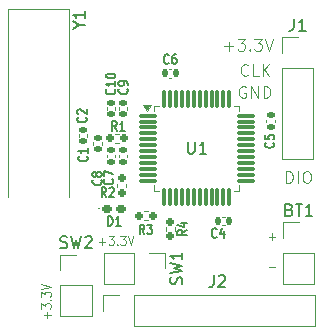
<source format=gbr>
G04 #@! TF.GenerationSoftware,KiCad,Pcbnew,8.0.6-8.0.6-0~ubuntu24.04.1*
G04 #@! TF.CreationDate,2024-10-23T13:15:14+03:00*
G04 #@! TF.ProjectId,imager_ILI9431,696d6167-6572-45f4-994c-49393433312e,rev?*
G04 #@! TF.SameCoordinates,Original*
G04 #@! TF.FileFunction,Legend,Top*
G04 #@! TF.FilePolarity,Positive*
%FSLAX46Y46*%
G04 Gerber Fmt 4.6, Leading zero omitted, Abs format (unit mm)*
G04 Created by KiCad (PCBNEW 8.0.6-8.0.6-0~ubuntu24.04.1) date 2024-10-23 13:15:14*
%MOMM*%
%LPD*%
G01*
G04 APERTURE LIST*
G04 Aperture macros list*
%AMRoundRect*
0 Rectangle with rounded corners*
0 $1 Rounding radius*
0 $2 $3 $4 $5 $6 $7 $8 $9 X,Y pos of 4 corners*
0 Add a 4 corners polygon primitive as box body*
4,1,4,$2,$3,$4,$5,$6,$7,$8,$9,$2,$3,0*
0 Add four circle primitives for the rounded corners*
1,1,$1+$1,$2,$3*
1,1,$1+$1,$4,$5*
1,1,$1+$1,$6,$7*
1,1,$1+$1,$8,$9*
0 Add four rect primitives between the rounded corners*
20,1,$1+$1,$2,$3,$4,$5,0*
20,1,$1+$1,$4,$5,$6,$7,0*
20,1,$1+$1,$6,$7,$8,$9,0*
20,1,$1+$1,$8,$9,$2,$3,0*%
G04 Aperture macros list end*
%ADD10C,0.100000*%
%ADD11C,0.140000*%
%ADD12C,0.150000*%
%ADD13C,0.120000*%
%ADD14RoundRect,0.140000X0.170000X-0.140000X0.170000X0.140000X-0.170000X0.140000X-0.170000X-0.140000X0*%
%ADD15RoundRect,0.140000X-0.170000X0.140000X-0.170000X-0.140000X0.170000X-0.140000X0.170000X0.140000X0*%
%ADD16RoundRect,0.160000X-0.160000X0.197500X-0.160000X-0.197500X0.160000X-0.197500X0.160000X0.197500X0*%
%ADD17R,1.700000X1.700000*%
%ADD18O,1.700000X1.700000*%
%ADD19RoundRect,0.160000X-0.222500X-0.160000X0.222500X-0.160000X0.222500X0.160000X-0.222500X0.160000X0*%
%ADD20RoundRect,0.140000X0.140000X0.170000X-0.140000X0.170000X-0.140000X-0.170000X0.140000X-0.170000X0*%
%ADD21RoundRect,0.160000X0.197500X0.160000X-0.197500X0.160000X-0.197500X-0.160000X0.197500X-0.160000X0*%
%ADD22R,2.000000X7.875000*%
%ADD23RoundRect,0.140000X-0.140000X-0.170000X0.140000X-0.170000X0.140000X0.170000X-0.140000X0.170000X0*%
%ADD24RoundRect,0.075000X-0.662500X-0.075000X0.662500X-0.075000X0.662500X0.075000X-0.662500X0.075000X0*%
%ADD25RoundRect,0.075000X-0.075000X-0.662500X0.075000X-0.662500X0.075000X0.662500X-0.075000X0.662500X0*%
G04 APERTURE END LIST*
D10*
X110832455Y-112392133D02*
X111365789Y-112392133D01*
X96482455Y-110242133D02*
X97015789Y-110242133D01*
X96749122Y-110546895D02*
X96749122Y-109937371D01*
X97282456Y-109746895D02*
X97715789Y-109746895D01*
X97715789Y-109746895D02*
X97482456Y-110051657D01*
X97482456Y-110051657D02*
X97582456Y-110051657D01*
X97582456Y-110051657D02*
X97649122Y-110089752D01*
X97649122Y-110089752D02*
X97682456Y-110127847D01*
X97682456Y-110127847D02*
X97715789Y-110204038D01*
X97715789Y-110204038D02*
X97715789Y-110394514D01*
X97715789Y-110394514D02*
X97682456Y-110470704D01*
X97682456Y-110470704D02*
X97649122Y-110508800D01*
X97649122Y-110508800D02*
X97582456Y-110546895D01*
X97582456Y-110546895D02*
X97382456Y-110546895D01*
X97382456Y-110546895D02*
X97315789Y-110508800D01*
X97315789Y-110508800D02*
X97282456Y-110470704D01*
X98015789Y-110470704D02*
X98049123Y-110508800D01*
X98049123Y-110508800D02*
X98015789Y-110546895D01*
X98015789Y-110546895D02*
X97982456Y-110508800D01*
X97982456Y-110508800D02*
X98015789Y-110470704D01*
X98015789Y-110470704D02*
X98015789Y-110546895D01*
X98282456Y-109746895D02*
X98715789Y-109746895D01*
X98715789Y-109746895D02*
X98482456Y-110051657D01*
X98482456Y-110051657D02*
X98582456Y-110051657D01*
X98582456Y-110051657D02*
X98649122Y-110089752D01*
X98649122Y-110089752D02*
X98682456Y-110127847D01*
X98682456Y-110127847D02*
X98715789Y-110204038D01*
X98715789Y-110204038D02*
X98715789Y-110394514D01*
X98715789Y-110394514D02*
X98682456Y-110470704D01*
X98682456Y-110470704D02*
X98649122Y-110508800D01*
X98649122Y-110508800D02*
X98582456Y-110546895D01*
X98582456Y-110546895D02*
X98382456Y-110546895D01*
X98382456Y-110546895D02*
X98315789Y-110508800D01*
X98315789Y-110508800D02*
X98282456Y-110470704D01*
X98915789Y-109746895D02*
X99149123Y-110546895D01*
X99149123Y-110546895D02*
X99382456Y-109746895D01*
X107053884Y-93691466D02*
X107815789Y-93691466D01*
X107434836Y-94072419D02*
X107434836Y-93310514D01*
X108196741Y-93072419D02*
X108815788Y-93072419D01*
X108815788Y-93072419D02*
X108482455Y-93453371D01*
X108482455Y-93453371D02*
X108625312Y-93453371D01*
X108625312Y-93453371D02*
X108720550Y-93500990D01*
X108720550Y-93500990D02*
X108768169Y-93548609D01*
X108768169Y-93548609D02*
X108815788Y-93643847D01*
X108815788Y-93643847D02*
X108815788Y-93881942D01*
X108815788Y-93881942D02*
X108768169Y-93977180D01*
X108768169Y-93977180D02*
X108720550Y-94024800D01*
X108720550Y-94024800D02*
X108625312Y-94072419D01*
X108625312Y-94072419D02*
X108339598Y-94072419D01*
X108339598Y-94072419D02*
X108244360Y-94024800D01*
X108244360Y-94024800D02*
X108196741Y-93977180D01*
X109244360Y-93977180D02*
X109291979Y-94024800D01*
X109291979Y-94024800D02*
X109244360Y-94072419D01*
X109244360Y-94072419D02*
X109196741Y-94024800D01*
X109196741Y-94024800D02*
X109244360Y-93977180D01*
X109244360Y-93977180D02*
X109244360Y-94072419D01*
X109625312Y-93072419D02*
X110244359Y-93072419D01*
X110244359Y-93072419D02*
X109911026Y-93453371D01*
X109911026Y-93453371D02*
X110053883Y-93453371D01*
X110053883Y-93453371D02*
X110149121Y-93500990D01*
X110149121Y-93500990D02*
X110196740Y-93548609D01*
X110196740Y-93548609D02*
X110244359Y-93643847D01*
X110244359Y-93643847D02*
X110244359Y-93881942D01*
X110244359Y-93881942D02*
X110196740Y-93977180D01*
X110196740Y-93977180D02*
X110149121Y-94024800D01*
X110149121Y-94024800D02*
X110053883Y-94072419D01*
X110053883Y-94072419D02*
X109768169Y-94072419D01*
X109768169Y-94072419D02*
X109672931Y-94024800D01*
X109672931Y-94024800D02*
X109625312Y-93977180D01*
X110530074Y-93072419D02*
X110863407Y-94072419D01*
X110863407Y-94072419D02*
X111196740Y-93072419D01*
X110832455Y-109842133D02*
X111365789Y-109842133D01*
X111099122Y-110146895D02*
X111099122Y-109537371D01*
X109075312Y-96127180D02*
X109027693Y-96174800D01*
X109027693Y-96174800D02*
X108884836Y-96222419D01*
X108884836Y-96222419D02*
X108789598Y-96222419D01*
X108789598Y-96222419D02*
X108646741Y-96174800D01*
X108646741Y-96174800D02*
X108551503Y-96079561D01*
X108551503Y-96079561D02*
X108503884Y-95984323D01*
X108503884Y-95984323D02*
X108456265Y-95793847D01*
X108456265Y-95793847D02*
X108456265Y-95650990D01*
X108456265Y-95650990D02*
X108503884Y-95460514D01*
X108503884Y-95460514D02*
X108551503Y-95365276D01*
X108551503Y-95365276D02*
X108646741Y-95270038D01*
X108646741Y-95270038D02*
X108789598Y-95222419D01*
X108789598Y-95222419D02*
X108884836Y-95222419D01*
X108884836Y-95222419D02*
X109027693Y-95270038D01*
X109027693Y-95270038D02*
X109075312Y-95317657D01*
X109980074Y-96222419D02*
X109503884Y-96222419D01*
X109503884Y-96222419D02*
X109503884Y-95222419D01*
X110313408Y-96222419D02*
X110313408Y-95222419D01*
X110884836Y-96222419D02*
X110456265Y-95650990D01*
X110884836Y-95222419D02*
X110313408Y-95793847D01*
X92092133Y-116717544D02*
X92092133Y-116184211D01*
X92396895Y-116450877D02*
X91787371Y-116450877D01*
X91596895Y-115917544D02*
X91596895Y-115484210D01*
X91596895Y-115484210D02*
X91901657Y-115717544D01*
X91901657Y-115717544D02*
X91901657Y-115617544D01*
X91901657Y-115617544D02*
X91939752Y-115550877D01*
X91939752Y-115550877D02*
X91977847Y-115517544D01*
X91977847Y-115517544D02*
X92054038Y-115484210D01*
X92054038Y-115484210D02*
X92244514Y-115484210D01*
X92244514Y-115484210D02*
X92320704Y-115517544D01*
X92320704Y-115517544D02*
X92358800Y-115550877D01*
X92358800Y-115550877D02*
X92396895Y-115617544D01*
X92396895Y-115617544D02*
X92396895Y-115817544D01*
X92396895Y-115817544D02*
X92358800Y-115884210D01*
X92358800Y-115884210D02*
X92320704Y-115917544D01*
X92320704Y-115184210D02*
X92358800Y-115150877D01*
X92358800Y-115150877D02*
X92396895Y-115184210D01*
X92396895Y-115184210D02*
X92358800Y-115217543D01*
X92358800Y-115217543D02*
X92320704Y-115184210D01*
X92320704Y-115184210D02*
X92396895Y-115184210D01*
X91596895Y-114917544D02*
X91596895Y-114484210D01*
X91596895Y-114484210D02*
X91901657Y-114717544D01*
X91901657Y-114717544D02*
X91901657Y-114617544D01*
X91901657Y-114617544D02*
X91939752Y-114550877D01*
X91939752Y-114550877D02*
X91977847Y-114517544D01*
X91977847Y-114517544D02*
X92054038Y-114484210D01*
X92054038Y-114484210D02*
X92244514Y-114484210D01*
X92244514Y-114484210D02*
X92320704Y-114517544D01*
X92320704Y-114517544D02*
X92358800Y-114550877D01*
X92358800Y-114550877D02*
X92396895Y-114617544D01*
X92396895Y-114617544D02*
X92396895Y-114817544D01*
X92396895Y-114817544D02*
X92358800Y-114884210D01*
X92358800Y-114884210D02*
X92320704Y-114917544D01*
X91596895Y-114284210D02*
X92396895Y-114050877D01*
X92396895Y-114050877D02*
X91596895Y-113817543D01*
X108877693Y-97120038D02*
X108782455Y-97072419D01*
X108782455Y-97072419D02*
X108639598Y-97072419D01*
X108639598Y-97072419D02*
X108496741Y-97120038D01*
X108496741Y-97120038D02*
X108401503Y-97215276D01*
X108401503Y-97215276D02*
X108353884Y-97310514D01*
X108353884Y-97310514D02*
X108306265Y-97500990D01*
X108306265Y-97500990D02*
X108306265Y-97643847D01*
X108306265Y-97643847D02*
X108353884Y-97834323D01*
X108353884Y-97834323D02*
X108401503Y-97929561D01*
X108401503Y-97929561D02*
X108496741Y-98024800D01*
X108496741Y-98024800D02*
X108639598Y-98072419D01*
X108639598Y-98072419D02*
X108734836Y-98072419D01*
X108734836Y-98072419D02*
X108877693Y-98024800D01*
X108877693Y-98024800D02*
X108925312Y-97977180D01*
X108925312Y-97977180D02*
X108925312Y-97643847D01*
X108925312Y-97643847D02*
X108734836Y-97643847D01*
X109353884Y-98072419D02*
X109353884Y-97072419D01*
X109353884Y-97072419D02*
X109925312Y-98072419D01*
X109925312Y-98072419D02*
X109925312Y-97072419D01*
X110401503Y-98072419D02*
X110401503Y-97072419D01*
X110401503Y-97072419D02*
X110639598Y-97072419D01*
X110639598Y-97072419D02*
X110782455Y-97120038D01*
X110782455Y-97120038D02*
X110877693Y-97215276D01*
X110877693Y-97215276D02*
X110925312Y-97310514D01*
X110925312Y-97310514D02*
X110972931Y-97500990D01*
X110972931Y-97500990D02*
X110972931Y-97643847D01*
X110972931Y-97643847D02*
X110925312Y-97834323D01*
X110925312Y-97834323D02*
X110877693Y-97929561D01*
X110877693Y-97929561D02*
X110782455Y-98024800D01*
X110782455Y-98024800D02*
X110639598Y-98072419D01*
X110639598Y-98072419D02*
X110401503Y-98072419D01*
X112303884Y-105272419D02*
X112303884Y-104272419D01*
X112303884Y-104272419D02*
X112541979Y-104272419D01*
X112541979Y-104272419D02*
X112684836Y-104320038D01*
X112684836Y-104320038D02*
X112780074Y-104415276D01*
X112780074Y-104415276D02*
X112827693Y-104510514D01*
X112827693Y-104510514D02*
X112875312Y-104700990D01*
X112875312Y-104700990D02*
X112875312Y-104843847D01*
X112875312Y-104843847D02*
X112827693Y-105034323D01*
X112827693Y-105034323D02*
X112780074Y-105129561D01*
X112780074Y-105129561D02*
X112684836Y-105224800D01*
X112684836Y-105224800D02*
X112541979Y-105272419D01*
X112541979Y-105272419D02*
X112303884Y-105272419D01*
X113303884Y-105272419D02*
X113303884Y-104272419D01*
X113970550Y-104272419D02*
X114161026Y-104272419D01*
X114161026Y-104272419D02*
X114256264Y-104320038D01*
X114256264Y-104320038D02*
X114351502Y-104415276D01*
X114351502Y-104415276D02*
X114399121Y-104605752D01*
X114399121Y-104605752D02*
X114399121Y-104939085D01*
X114399121Y-104939085D02*
X114351502Y-105129561D01*
X114351502Y-105129561D02*
X114256264Y-105224800D01*
X114256264Y-105224800D02*
X114161026Y-105272419D01*
X114161026Y-105272419D02*
X113970550Y-105272419D01*
X113970550Y-105272419D02*
X113875312Y-105224800D01*
X113875312Y-105224800D02*
X113780074Y-105129561D01*
X113780074Y-105129561D02*
X113732455Y-104939085D01*
X113732455Y-104939085D02*
X113732455Y-104605752D01*
X113732455Y-104605752D02*
X113780074Y-104415276D01*
X113780074Y-104415276D02*
X113875312Y-104320038D01*
X113875312Y-104320038D02*
X113970550Y-104272419D01*
D11*
X95336624Y-99716666D02*
X95374720Y-99749999D01*
X95374720Y-99749999D02*
X95412815Y-99849999D01*
X95412815Y-99849999D02*
X95412815Y-99916666D01*
X95412815Y-99916666D02*
X95374720Y-100016666D01*
X95374720Y-100016666D02*
X95298529Y-100083333D01*
X95298529Y-100083333D02*
X95222339Y-100116666D01*
X95222339Y-100116666D02*
X95069958Y-100149999D01*
X95069958Y-100149999D02*
X94955672Y-100149999D01*
X94955672Y-100149999D02*
X94803291Y-100116666D01*
X94803291Y-100116666D02*
X94727100Y-100083333D01*
X94727100Y-100083333D02*
X94650910Y-100016666D01*
X94650910Y-100016666D02*
X94612815Y-99916666D01*
X94612815Y-99916666D02*
X94612815Y-99849999D01*
X94612815Y-99849999D02*
X94650910Y-99749999D01*
X94650910Y-99749999D02*
X94689005Y-99716666D01*
X94689005Y-99449999D02*
X94650910Y-99416666D01*
X94650910Y-99416666D02*
X94612815Y-99349999D01*
X94612815Y-99349999D02*
X94612815Y-99183333D01*
X94612815Y-99183333D02*
X94650910Y-99116666D01*
X94650910Y-99116666D02*
X94689005Y-99083333D01*
X94689005Y-99083333D02*
X94765196Y-99049999D01*
X94765196Y-99049999D02*
X94841386Y-99049999D01*
X94841386Y-99049999D02*
X94955672Y-99083333D01*
X94955672Y-99083333D02*
X95412815Y-99483333D01*
X95412815Y-99483333D02*
X95412815Y-99049999D01*
X111236624Y-101866666D02*
X111274720Y-101899999D01*
X111274720Y-101899999D02*
X111312815Y-101999999D01*
X111312815Y-101999999D02*
X111312815Y-102066666D01*
X111312815Y-102066666D02*
X111274720Y-102166666D01*
X111274720Y-102166666D02*
X111198529Y-102233333D01*
X111198529Y-102233333D02*
X111122339Y-102266666D01*
X111122339Y-102266666D02*
X110969958Y-102299999D01*
X110969958Y-102299999D02*
X110855672Y-102299999D01*
X110855672Y-102299999D02*
X110703291Y-102266666D01*
X110703291Y-102266666D02*
X110627100Y-102233333D01*
X110627100Y-102233333D02*
X110550910Y-102166666D01*
X110550910Y-102166666D02*
X110512815Y-102066666D01*
X110512815Y-102066666D02*
X110512815Y-101999999D01*
X110512815Y-101999999D02*
X110550910Y-101899999D01*
X110550910Y-101899999D02*
X110589005Y-101866666D01*
X110512815Y-101233333D02*
X110512815Y-101566666D01*
X110512815Y-101566666D02*
X110893767Y-101599999D01*
X110893767Y-101599999D02*
X110855672Y-101566666D01*
X110855672Y-101566666D02*
X110817577Y-101499999D01*
X110817577Y-101499999D02*
X110817577Y-101333333D01*
X110817577Y-101333333D02*
X110855672Y-101266666D01*
X110855672Y-101266666D02*
X110893767Y-101233333D01*
X110893767Y-101233333D02*
X110969958Y-101199999D01*
X110969958Y-101199999D02*
X111160434Y-101199999D01*
X111160434Y-101199999D02*
X111236624Y-101233333D01*
X111236624Y-101233333D02*
X111274720Y-101266666D01*
X111274720Y-101266666D02*
X111312815Y-101333333D01*
X111312815Y-101333333D02*
X111312815Y-101499999D01*
X111312815Y-101499999D02*
X111274720Y-101566666D01*
X111274720Y-101566666D02*
X111236624Y-101599999D01*
X97083333Y-106462815D02*
X96850000Y-106081862D01*
X96683333Y-106462815D02*
X96683333Y-105662815D01*
X96683333Y-105662815D02*
X96950000Y-105662815D01*
X96950000Y-105662815D02*
X97016667Y-105700910D01*
X97016667Y-105700910D02*
X97050000Y-105739005D01*
X97050000Y-105739005D02*
X97083333Y-105815196D01*
X97083333Y-105815196D02*
X97083333Y-105929481D01*
X97083333Y-105929481D02*
X97050000Y-106005672D01*
X97050000Y-106005672D02*
X97016667Y-106043767D01*
X97016667Y-106043767D02*
X96950000Y-106081862D01*
X96950000Y-106081862D02*
X96683333Y-106081862D01*
X97350000Y-105739005D02*
X97383333Y-105700910D01*
X97383333Y-105700910D02*
X97450000Y-105662815D01*
X97450000Y-105662815D02*
X97616667Y-105662815D01*
X97616667Y-105662815D02*
X97683333Y-105700910D01*
X97683333Y-105700910D02*
X97716667Y-105739005D01*
X97716667Y-105739005D02*
X97750000Y-105815196D01*
X97750000Y-105815196D02*
X97750000Y-105891386D01*
X97750000Y-105891386D02*
X97716667Y-106005672D01*
X97716667Y-106005672D02*
X97316667Y-106462815D01*
X97316667Y-106462815D02*
X97750000Y-106462815D01*
X103912815Y-109266666D02*
X103531862Y-109499999D01*
X103912815Y-109666666D02*
X103112815Y-109666666D01*
X103112815Y-109666666D02*
X103112815Y-109399999D01*
X103112815Y-109399999D02*
X103150910Y-109333333D01*
X103150910Y-109333333D02*
X103189005Y-109299999D01*
X103189005Y-109299999D02*
X103265196Y-109266666D01*
X103265196Y-109266666D02*
X103379481Y-109266666D01*
X103379481Y-109266666D02*
X103455672Y-109299999D01*
X103455672Y-109299999D02*
X103493767Y-109333333D01*
X103493767Y-109333333D02*
X103531862Y-109399999D01*
X103531862Y-109399999D02*
X103531862Y-109666666D01*
X103379481Y-108666666D02*
X103912815Y-108666666D01*
X103074720Y-108833333D02*
X103646148Y-108999999D01*
X103646148Y-108999999D02*
X103646148Y-108566666D01*
D12*
X93196667Y-110752200D02*
X93339524Y-110799819D01*
X93339524Y-110799819D02*
X93577619Y-110799819D01*
X93577619Y-110799819D02*
X93672857Y-110752200D01*
X93672857Y-110752200D02*
X93720476Y-110704580D01*
X93720476Y-110704580D02*
X93768095Y-110609342D01*
X93768095Y-110609342D02*
X93768095Y-110514104D01*
X93768095Y-110514104D02*
X93720476Y-110418866D01*
X93720476Y-110418866D02*
X93672857Y-110371247D01*
X93672857Y-110371247D02*
X93577619Y-110323628D01*
X93577619Y-110323628D02*
X93387143Y-110276009D01*
X93387143Y-110276009D02*
X93291905Y-110228390D01*
X93291905Y-110228390D02*
X93244286Y-110180771D01*
X93244286Y-110180771D02*
X93196667Y-110085533D01*
X93196667Y-110085533D02*
X93196667Y-109990295D01*
X93196667Y-109990295D02*
X93244286Y-109895057D01*
X93244286Y-109895057D02*
X93291905Y-109847438D01*
X93291905Y-109847438D02*
X93387143Y-109799819D01*
X93387143Y-109799819D02*
X93625238Y-109799819D01*
X93625238Y-109799819D02*
X93768095Y-109847438D01*
X94101429Y-109799819D02*
X94339524Y-110799819D01*
X94339524Y-110799819D02*
X94530000Y-110085533D01*
X94530000Y-110085533D02*
X94720476Y-110799819D01*
X94720476Y-110799819D02*
X94958572Y-109799819D01*
X95291905Y-109895057D02*
X95339524Y-109847438D01*
X95339524Y-109847438D02*
X95434762Y-109799819D01*
X95434762Y-109799819D02*
X95672857Y-109799819D01*
X95672857Y-109799819D02*
X95768095Y-109847438D01*
X95768095Y-109847438D02*
X95815714Y-109895057D01*
X95815714Y-109895057D02*
X95863333Y-109990295D01*
X95863333Y-109990295D02*
X95863333Y-110085533D01*
X95863333Y-110085533D02*
X95815714Y-110228390D01*
X95815714Y-110228390D02*
X95244286Y-110799819D01*
X95244286Y-110799819D02*
X95863333Y-110799819D01*
D11*
X95436624Y-103016666D02*
X95474720Y-103049999D01*
X95474720Y-103049999D02*
X95512815Y-103149999D01*
X95512815Y-103149999D02*
X95512815Y-103216666D01*
X95512815Y-103216666D02*
X95474720Y-103316666D01*
X95474720Y-103316666D02*
X95398529Y-103383333D01*
X95398529Y-103383333D02*
X95322339Y-103416666D01*
X95322339Y-103416666D02*
X95169958Y-103449999D01*
X95169958Y-103449999D02*
X95055672Y-103449999D01*
X95055672Y-103449999D02*
X94903291Y-103416666D01*
X94903291Y-103416666D02*
X94827100Y-103383333D01*
X94827100Y-103383333D02*
X94750910Y-103316666D01*
X94750910Y-103316666D02*
X94712815Y-103216666D01*
X94712815Y-103216666D02*
X94712815Y-103149999D01*
X94712815Y-103149999D02*
X94750910Y-103049999D01*
X94750910Y-103049999D02*
X94789005Y-103016666D01*
X95512815Y-102349999D02*
X95512815Y-102749999D01*
X95512815Y-102549999D02*
X94712815Y-102549999D01*
X94712815Y-102549999D02*
X94827100Y-102616666D01*
X94827100Y-102616666D02*
X94903291Y-102683333D01*
X94903291Y-102683333D02*
X94941386Y-102749999D01*
X97233333Y-108912815D02*
X97233333Y-108112815D01*
X97233333Y-108112815D02*
X97400000Y-108112815D01*
X97400000Y-108112815D02*
X97500000Y-108150910D01*
X97500000Y-108150910D02*
X97566667Y-108227100D01*
X97566667Y-108227100D02*
X97600000Y-108303291D01*
X97600000Y-108303291D02*
X97633333Y-108455672D01*
X97633333Y-108455672D02*
X97633333Y-108569958D01*
X97633333Y-108569958D02*
X97600000Y-108722339D01*
X97600000Y-108722339D02*
X97566667Y-108798529D01*
X97566667Y-108798529D02*
X97500000Y-108874720D01*
X97500000Y-108874720D02*
X97400000Y-108912815D01*
X97400000Y-108912815D02*
X97233333Y-108912815D01*
X98300000Y-108912815D02*
X97900000Y-108912815D01*
X98100000Y-108912815D02*
X98100000Y-108112815D01*
X98100000Y-108112815D02*
X98033333Y-108227100D01*
X98033333Y-108227100D02*
X97966667Y-108303291D01*
X97966667Y-108303291D02*
X97900000Y-108341386D01*
X97786624Y-97350000D02*
X97824720Y-97383333D01*
X97824720Y-97383333D02*
X97862815Y-97483333D01*
X97862815Y-97483333D02*
X97862815Y-97550000D01*
X97862815Y-97550000D02*
X97824720Y-97650000D01*
X97824720Y-97650000D02*
X97748529Y-97716667D01*
X97748529Y-97716667D02*
X97672339Y-97750000D01*
X97672339Y-97750000D02*
X97519958Y-97783333D01*
X97519958Y-97783333D02*
X97405672Y-97783333D01*
X97405672Y-97783333D02*
X97253291Y-97750000D01*
X97253291Y-97750000D02*
X97177100Y-97716667D01*
X97177100Y-97716667D02*
X97100910Y-97650000D01*
X97100910Y-97650000D02*
X97062815Y-97550000D01*
X97062815Y-97550000D02*
X97062815Y-97483333D01*
X97062815Y-97483333D02*
X97100910Y-97383333D01*
X97100910Y-97383333D02*
X97139005Y-97350000D01*
X97862815Y-96683333D02*
X97862815Y-97083333D01*
X97862815Y-96883333D02*
X97062815Y-96883333D01*
X97062815Y-96883333D02*
X97177100Y-96950000D01*
X97177100Y-96950000D02*
X97253291Y-97016667D01*
X97253291Y-97016667D02*
X97291386Y-97083333D01*
X97062815Y-96250000D02*
X97062815Y-96183333D01*
X97062815Y-96183333D02*
X97100910Y-96116666D01*
X97100910Y-96116666D02*
X97139005Y-96083333D01*
X97139005Y-96083333D02*
X97215196Y-96050000D01*
X97215196Y-96050000D02*
X97367577Y-96016666D01*
X97367577Y-96016666D02*
X97558053Y-96016666D01*
X97558053Y-96016666D02*
X97710434Y-96050000D01*
X97710434Y-96050000D02*
X97786624Y-96083333D01*
X97786624Y-96083333D02*
X97824720Y-96116666D01*
X97824720Y-96116666D02*
X97862815Y-96183333D01*
X97862815Y-96183333D02*
X97862815Y-96250000D01*
X97862815Y-96250000D02*
X97824720Y-96316666D01*
X97824720Y-96316666D02*
X97786624Y-96350000D01*
X97786624Y-96350000D02*
X97710434Y-96383333D01*
X97710434Y-96383333D02*
X97558053Y-96416666D01*
X97558053Y-96416666D02*
X97367577Y-96416666D01*
X97367577Y-96416666D02*
X97215196Y-96383333D01*
X97215196Y-96383333D02*
X97139005Y-96350000D01*
X97139005Y-96350000D02*
X97100910Y-96316666D01*
X97100910Y-96316666D02*
X97062815Y-96250000D01*
X98836624Y-97316666D02*
X98874720Y-97349999D01*
X98874720Y-97349999D02*
X98912815Y-97449999D01*
X98912815Y-97449999D02*
X98912815Y-97516666D01*
X98912815Y-97516666D02*
X98874720Y-97616666D01*
X98874720Y-97616666D02*
X98798529Y-97683333D01*
X98798529Y-97683333D02*
X98722339Y-97716666D01*
X98722339Y-97716666D02*
X98569958Y-97749999D01*
X98569958Y-97749999D02*
X98455672Y-97749999D01*
X98455672Y-97749999D02*
X98303291Y-97716666D01*
X98303291Y-97716666D02*
X98227100Y-97683333D01*
X98227100Y-97683333D02*
X98150910Y-97616666D01*
X98150910Y-97616666D02*
X98112815Y-97516666D01*
X98112815Y-97516666D02*
X98112815Y-97449999D01*
X98112815Y-97449999D02*
X98150910Y-97349999D01*
X98150910Y-97349999D02*
X98189005Y-97316666D01*
X98912815Y-96983333D02*
X98912815Y-96849999D01*
X98912815Y-96849999D02*
X98874720Y-96783333D01*
X98874720Y-96783333D02*
X98836624Y-96749999D01*
X98836624Y-96749999D02*
X98722339Y-96683333D01*
X98722339Y-96683333D02*
X98569958Y-96649999D01*
X98569958Y-96649999D02*
X98265196Y-96649999D01*
X98265196Y-96649999D02*
X98189005Y-96683333D01*
X98189005Y-96683333D02*
X98150910Y-96716666D01*
X98150910Y-96716666D02*
X98112815Y-96783333D01*
X98112815Y-96783333D02*
X98112815Y-96916666D01*
X98112815Y-96916666D02*
X98150910Y-96983333D01*
X98150910Y-96983333D02*
X98189005Y-97016666D01*
X98189005Y-97016666D02*
X98265196Y-97049999D01*
X98265196Y-97049999D02*
X98455672Y-97049999D01*
X98455672Y-97049999D02*
X98531862Y-97016666D01*
X98531862Y-97016666D02*
X98569958Y-96983333D01*
X98569958Y-96983333D02*
X98608053Y-96916666D01*
X98608053Y-96916666D02*
X98608053Y-96783333D01*
X98608053Y-96783333D02*
X98569958Y-96716666D01*
X98569958Y-96716666D02*
X98531862Y-96683333D01*
X98531862Y-96683333D02*
X98455672Y-96649999D01*
D12*
X112584285Y-107546009D02*
X112727142Y-107593628D01*
X112727142Y-107593628D02*
X112774761Y-107641247D01*
X112774761Y-107641247D02*
X112822380Y-107736485D01*
X112822380Y-107736485D02*
X112822380Y-107879342D01*
X112822380Y-107879342D02*
X112774761Y-107974580D01*
X112774761Y-107974580D02*
X112727142Y-108022200D01*
X112727142Y-108022200D02*
X112631904Y-108069819D01*
X112631904Y-108069819D02*
X112250952Y-108069819D01*
X112250952Y-108069819D02*
X112250952Y-107069819D01*
X112250952Y-107069819D02*
X112584285Y-107069819D01*
X112584285Y-107069819D02*
X112679523Y-107117438D01*
X112679523Y-107117438D02*
X112727142Y-107165057D01*
X112727142Y-107165057D02*
X112774761Y-107260295D01*
X112774761Y-107260295D02*
X112774761Y-107355533D01*
X112774761Y-107355533D02*
X112727142Y-107450771D01*
X112727142Y-107450771D02*
X112679523Y-107498390D01*
X112679523Y-107498390D02*
X112584285Y-107546009D01*
X112584285Y-107546009D02*
X112250952Y-107546009D01*
X113108095Y-107069819D02*
X113679523Y-107069819D01*
X113393809Y-108069819D02*
X113393809Y-107069819D01*
X114536666Y-108069819D02*
X113965238Y-108069819D01*
X114250952Y-108069819D02*
X114250952Y-107069819D01*
X114250952Y-107069819D02*
X114155714Y-107212676D01*
X114155714Y-107212676D02*
X114060476Y-107307914D01*
X114060476Y-107307914D02*
X113965238Y-107355533D01*
D11*
X106433333Y-109836624D02*
X106400000Y-109874720D01*
X106400000Y-109874720D02*
X106300000Y-109912815D01*
X106300000Y-109912815D02*
X106233333Y-109912815D01*
X106233333Y-109912815D02*
X106133333Y-109874720D01*
X106133333Y-109874720D02*
X106066667Y-109798529D01*
X106066667Y-109798529D02*
X106033333Y-109722339D01*
X106033333Y-109722339D02*
X106000000Y-109569958D01*
X106000000Y-109569958D02*
X106000000Y-109455672D01*
X106000000Y-109455672D02*
X106033333Y-109303291D01*
X106033333Y-109303291D02*
X106066667Y-109227100D01*
X106066667Y-109227100D02*
X106133333Y-109150910D01*
X106133333Y-109150910D02*
X106233333Y-109112815D01*
X106233333Y-109112815D02*
X106300000Y-109112815D01*
X106300000Y-109112815D02*
X106400000Y-109150910D01*
X106400000Y-109150910D02*
X106433333Y-109189005D01*
X107033333Y-109379481D02*
X107033333Y-109912815D01*
X106866667Y-109074720D02*
X106700000Y-109646148D01*
X106700000Y-109646148D02*
X107133333Y-109646148D01*
X97586624Y-104966666D02*
X97624720Y-104999999D01*
X97624720Y-104999999D02*
X97662815Y-105099999D01*
X97662815Y-105099999D02*
X97662815Y-105166666D01*
X97662815Y-105166666D02*
X97624720Y-105266666D01*
X97624720Y-105266666D02*
X97548529Y-105333333D01*
X97548529Y-105333333D02*
X97472339Y-105366666D01*
X97472339Y-105366666D02*
X97319958Y-105399999D01*
X97319958Y-105399999D02*
X97205672Y-105399999D01*
X97205672Y-105399999D02*
X97053291Y-105366666D01*
X97053291Y-105366666D02*
X96977100Y-105333333D01*
X96977100Y-105333333D02*
X96900910Y-105266666D01*
X96900910Y-105266666D02*
X96862815Y-105166666D01*
X96862815Y-105166666D02*
X96862815Y-105099999D01*
X96862815Y-105099999D02*
X96900910Y-104999999D01*
X96900910Y-104999999D02*
X96939005Y-104966666D01*
X96862815Y-104733333D02*
X96862815Y-104266666D01*
X96862815Y-104266666D02*
X97662815Y-104566666D01*
X100313333Y-109602815D02*
X100080000Y-109221862D01*
X99913333Y-109602815D02*
X99913333Y-108802815D01*
X99913333Y-108802815D02*
X100180000Y-108802815D01*
X100180000Y-108802815D02*
X100246667Y-108840910D01*
X100246667Y-108840910D02*
X100280000Y-108879005D01*
X100280000Y-108879005D02*
X100313333Y-108955196D01*
X100313333Y-108955196D02*
X100313333Y-109069481D01*
X100313333Y-109069481D02*
X100280000Y-109145672D01*
X100280000Y-109145672D02*
X100246667Y-109183767D01*
X100246667Y-109183767D02*
X100180000Y-109221862D01*
X100180000Y-109221862D02*
X99913333Y-109221862D01*
X100546667Y-108802815D02*
X100980000Y-108802815D01*
X100980000Y-108802815D02*
X100746667Y-109107577D01*
X100746667Y-109107577D02*
X100846667Y-109107577D01*
X100846667Y-109107577D02*
X100913333Y-109145672D01*
X100913333Y-109145672D02*
X100946667Y-109183767D01*
X100946667Y-109183767D02*
X100980000Y-109259958D01*
X100980000Y-109259958D02*
X100980000Y-109450434D01*
X100980000Y-109450434D02*
X100946667Y-109526624D01*
X100946667Y-109526624D02*
X100913333Y-109564720D01*
X100913333Y-109564720D02*
X100846667Y-109602815D01*
X100846667Y-109602815D02*
X100646667Y-109602815D01*
X100646667Y-109602815D02*
X100580000Y-109564720D01*
X100580000Y-109564720D02*
X100546667Y-109526624D01*
D12*
X94778628Y-91926190D02*
X95254819Y-91926190D01*
X94254819Y-92259523D02*
X94778628Y-91926190D01*
X94778628Y-91926190D02*
X94254819Y-91592857D01*
X95254819Y-90735714D02*
X95254819Y-91307142D01*
X95254819Y-91021428D02*
X94254819Y-91021428D01*
X94254819Y-91021428D02*
X94397676Y-91116666D01*
X94397676Y-91116666D02*
X94492914Y-91211904D01*
X94492914Y-91211904D02*
X94540533Y-91307142D01*
X106166666Y-113104819D02*
X106166666Y-113819104D01*
X106166666Y-113819104D02*
X106119047Y-113961961D01*
X106119047Y-113961961D02*
X106023809Y-114057200D01*
X106023809Y-114057200D02*
X105880952Y-114104819D01*
X105880952Y-114104819D02*
X105785714Y-114104819D01*
X106595238Y-113200057D02*
X106642857Y-113152438D01*
X106642857Y-113152438D02*
X106738095Y-113104819D01*
X106738095Y-113104819D02*
X106976190Y-113104819D01*
X106976190Y-113104819D02*
X107071428Y-113152438D01*
X107071428Y-113152438D02*
X107119047Y-113200057D01*
X107119047Y-113200057D02*
X107166666Y-113295295D01*
X107166666Y-113295295D02*
X107166666Y-113390533D01*
X107166666Y-113390533D02*
X107119047Y-113533390D01*
X107119047Y-113533390D02*
X106547619Y-114104819D01*
X106547619Y-114104819D02*
X107166666Y-114104819D01*
D11*
X102383333Y-95126624D02*
X102350000Y-95164720D01*
X102350000Y-95164720D02*
X102250000Y-95202815D01*
X102250000Y-95202815D02*
X102183333Y-95202815D01*
X102183333Y-95202815D02*
X102083333Y-95164720D01*
X102083333Y-95164720D02*
X102016667Y-95088529D01*
X102016667Y-95088529D02*
X101983333Y-95012339D01*
X101983333Y-95012339D02*
X101950000Y-94859958D01*
X101950000Y-94859958D02*
X101950000Y-94745672D01*
X101950000Y-94745672D02*
X101983333Y-94593291D01*
X101983333Y-94593291D02*
X102016667Y-94517100D01*
X102016667Y-94517100D02*
X102083333Y-94440910D01*
X102083333Y-94440910D02*
X102183333Y-94402815D01*
X102183333Y-94402815D02*
X102250000Y-94402815D01*
X102250000Y-94402815D02*
X102350000Y-94440910D01*
X102350000Y-94440910D02*
X102383333Y-94479005D01*
X102983333Y-94402815D02*
X102850000Y-94402815D01*
X102850000Y-94402815D02*
X102783333Y-94440910D01*
X102783333Y-94440910D02*
X102750000Y-94479005D01*
X102750000Y-94479005D02*
X102683333Y-94593291D01*
X102683333Y-94593291D02*
X102650000Y-94745672D01*
X102650000Y-94745672D02*
X102650000Y-95050434D01*
X102650000Y-95050434D02*
X102683333Y-95126624D01*
X102683333Y-95126624D02*
X102716667Y-95164720D01*
X102716667Y-95164720D02*
X102783333Y-95202815D01*
X102783333Y-95202815D02*
X102916667Y-95202815D01*
X102916667Y-95202815D02*
X102983333Y-95164720D01*
X102983333Y-95164720D02*
X103016667Y-95126624D01*
X103016667Y-95126624D02*
X103050000Y-95050434D01*
X103050000Y-95050434D02*
X103050000Y-94859958D01*
X103050000Y-94859958D02*
X103016667Y-94783767D01*
X103016667Y-94783767D02*
X102983333Y-94745672D01*
X102983333Y-94745672D02*
X102916667Y-94707577D01*
X102916667Y-94707577D02*
X102783333Y-94707577D01*
X102783333Y-94707577D02*
X102716667Y-94745672D01*
X102716667Y-94745672D02*
X102683333Y-94783767D01*
X102683333Y-94783767D02*
X102650000Y-94859958D01*
D12*
X103467200Y-113853332D02*
X103514819Y-113710475D01*
X103514819Y-113710475D02*
X103514819Y-113472380D01*
X103514819Y-113472380D02*
X103467200Y-113377142D01*
X103467200Y-113377142D02*
X103419580Y-113329523D01*
X103419580Y-113329523D02*
X103324342Y-113281904D01*
X103324342Y-113281904D02*
X103229104Y-113281904D01*
X103229104Y-113281904D02*
X103133866Y-113329523D01*
X103133866Y-113329523D02*
X103086247Y-113377142D01*
X103086247Y-113377142D02*
X103038628Y-113472380D01*
X103038628Y-113472380D02*
X102991009Y-113662856D01*
X102991009Y-113662856D02*
X102943390Y-113758094D01*
X102943390Y-113758094D02*
X102895771Y-113805713D01*
X102895771Y-113805713D02*
X102800533Y-113853332D01*
X102800533Y-113853332D02*
X102705295Y-113853332D01*
X102705295Y-113853332D02*
X102610057Y-113805713D01*
X102610057Y-113805713D02*
X102562438Y-113758094D01*
X102562438Y-113758094D02*
X102514819Y-113662856D01*
X102514819Y-113662856D02*
X102514819Y-113424761D01*
X102514819Y-113424761D02*
X102562438Y-113281904D01*
X102514819Y-112948570D02*
X103514819Y-112710475D01*
X103514819Y-112710475D02*
X102800533Y-112519999D01*
X102800533Y-112519999D02*
X103514819Y-112329523D01*
X103514819Y-112329523D02*
X102514819Y-112091428D01*
X103514819Y-111186666D02*
X103514819Y-111758094D01*
X103514819Y-111472380D02*
X102514819Y-111472380D01*
X102514819Y-111472380D02*
X102657676Y-111567618D01*
X102657676Y-111567618D02*
X102752914Y-111662856D01*
X102752914Y-111662856D02*
X102800533Y-111758094D01*
D11*
X96636624Y-105016666D02*
X96674720Y-105049999D01*
X96674720Y-105049999D02*
X96712815Y-105149999D01*
X96712815Y-105149999D02*
X96712815Y-105216666D01*
X96712815Y-105216666D02*
X96674720Y-105316666D01*
X96674720Y-105316666D02*
X96598529Y-105383333D01*
X96598529Y-105383333D02*
X96522339Y-105416666D01*
X96522339Y-105416666D02*
X96369958Y-105449999D01*
X96369958Y-105449999D02*
X96255672Y-105449999D01*
X96255672Y-105449999D02*
X96103291Y-105416666D01*
X96103291Y-105416666D02*
X96027100Y-105383333D01*
X96027100Y-105383333D02*
X95950910Y-105316666D01*
X95950910Y-105316666D02*
X95912815Y-105216666D01*
X95912815Y-105216666D02*
X95912815Y-105149999D01*
X95912815Y-105149999D02*
X95950910Y-105049999D01*
X95950910Y-105049999D02*
X95989005Y-105016666D01*
X96255672Y-104616666D02*
X96217577Y-104683333D01*
X96217577Y-104683333D02*
X96179481Y-104716666D01*
X96179481Y-104716666D02*
X96103291Y-104749999D01*
X96103291Y-104749999D02*
X96065196Y-104749999D01*
X96065196Y-104749999D02*
X95989005Y-104716666D01*
X95989005Y-104716666D02*
X95950910Y-104683333D01*
X95950910Y-104683333D02*
X95912815Y-104616666D01*
X95912815Y-104616666D02*
X95912815Y-104483333D01*
X95912815Y-104483333D02*
X95950910Y-104416666D01*
X95950910Y-104416666D02*
X95989005Y-104383333D01*
X95989005Y-104383333D02*
X96065196Y-104349999D01*
X96065196Y-104349999D02*
X96103291Y-104349999D01*
X96103291Y-104349999D02*
X96179481Y-104383333D01*
X96179481Y-104383333D02*
X96217577Y-104416666D01*
X96217577Y-104416666D02*
X96255672Y-104483333D01*
X96255672Y-104483333D02*
X96255672Y-104616666D01*
X96255672Y-104616666D02*
X96293767Y-104683333D01*
X96293767Y-104683333D02*
X96331862Y-104716666D01*
X96331862Y-104716666D02*
X96408053Y-104749999D01*
X96408053Y-104749999D02*
X96560434Y-104749999D01*
X96560434Y-104749999D02*
X96636624Y-104716666D01*
X96636624Y-104716666D02*
X96674720Y-104683333D01*
X96674720Y-104683333D02*
X96712815Y-104616666D01*
X96712815Y-104616666D02*
X96712815Y-104483333D01*
X96712815Y-104483333D02*
X96674720Y-104416666D01*
X96674720Y-104416666D02*
X96636624Y-104383333D01*
X96636624Y-104383333D02*
X96560434Y-104349999D01*
X96560434Y-104349999D02*
X96408053Y-104349999D01*
X96408053Y-104349999D02*
X96331862Y-104383333D01*
X96331862Y-104383333D02*
X96293767Y-104416666D01*
X96293767Y-104416666D02*
X96255672Y-104483333D01*
D12*
X103988095Y-101792319D02*
X103988095Y-102601842D01*
X103988095Y-102601842D02*
X104035714Y-102697080D01*
X104035714Y-102697080D02*
X104083333Y-102744700D01*
X104083333Y-102744700D02*
X104178571Y-102792319D01*
X104178571Y-102792319D02*
X104369047Y-102792319D01*
X104369047Y-102792319D02*
X104464285Y-102744700D01*
X104464285Y-102744700D02*
X104511904Y-102697080D01*
X104511904Y-102697080D02*
X104559523Y-102601842D01*
X104559523Y-102601842D02*
X104559523Y-101792319D01*
X105559523Y-102792319D02*
X104988095Y-102792319D01*
X105273809Y-102792319D02*
X105273809Y-101792319D01*
X105273809Y-101792319D02*
X105178571Y-101935176D01*
X105178571Y-101935176D02*
X105083333Y-102030414D01*
X105083333Y-102030414D02*
X104988095Y-102078033D01*
X112966666Y-91404819D02*
X112966666Y-92119104D01*
X112966666Y-92119104D02*
X112919047Y-92261961D01*
X112919047Y-92261961D02*
X112823809Y-92357200D01*
X112823809Y-92357200D02*
X112680952Y-92404819D01*
X112680952Y-92404819D02*
X112585714Y-92404819D01*
X113966666Y-92404819D02*
X113395238Y-92404819D01*
X113680952Y-92404819D02*
X113680952Y-91404819D01*
X113680952Y-91404819D02*
X113585714Y-91547676D01*
X113585714Y-91547676D02*
X113490476Y-91642914D01*
X113490476Y-91642914D02*
X113395238Y-91690533D01*
D11*
X97983333Y-100862815D02*
X97750000Y-100481862D01*
X97583333Y-100862815D02*
X97583333Y-100062815D01*
X97583333Y-100062815D02*
X97850000Y-100062815D01*
X97850000Y-100062815D02*
X97916667Y-100100910D01*
X97916667Y-100100910D02*
X97950000Y-100139005D01*
X97950000Y-100139005D02*
X97983333Y-100215196D01*
X97983333Y-100215196D02*
X97983333Y-100329481D01*
X97983333Y-100329481D02*
X97950000Y-100405672D01*
X97950000Y-100405672D02*
X97916667Y-100443767D01*
X97916667Y-100443767D02*
X97850000Y-100481862D01*
X97850000Y-100481862D02*
X97583333Y-100481862D01*
X98650000Y-100862815D02*
X98250000Y-100862815D01*
X98450000Y-100862815D02*
X98450000Y-100062815D01*
X98450000Y-100062815D02*
X98383333Y-100177100D01*
X98383333Y-100177100D02*
X98316667Y-100253291D01*
X98316667Y-100253291D02*
X98250000Y-100291386D01*
D13*
X94740000Y-101367836D02*
X94740000Y-101152164D01*
X95460000Y-101367836D02*
X95460000Y-101152164D01*
X110640000Y-99942164D02*
X110640000Y-100157836D01*
X111360000Y-99942164D02*
X111360000Y-100157836D01*
X98020000Y-105329879D02*
X98020000Y-105665121D01*
X98780000Y-105329879D02*
X98780000Y-105665121D01*
X102120000Y-109012379D02*
X102120000Y-109347621D01*
X102880000Y-109012379D02*
X102880000Y-109347621D01*
X93200000Y-111345000D02*
X94530000Y-111345000D01*
X93200000Y-112675000D02*
X93200000Y-111345000D01*
X93200000Y-113945000D02*
X93200000Y-116545000D01*
X93200000Y-113945000D02*
X95860000Y-113945000D01*
X93200000Y-116545000D02*
X95860000Y-116545000D01*
X95860000Y-113945000D02*
X95860000Y-116545000D01*
X95990000Y-102057836D02*
X95990000Y-101842164D01*
X96710000Y-102057836D02*
X96710000Y-101842164D01*
D10*
X96535000Y-107450000D02*
G75*
G02*
X96435000Y-107450000I-50000J0D01*
G01*
X96435000Y-107450000D02*
G75*
G02*
X96535000Y-107450000I50000J0D01*
G01*
D13*
X97140000Y-99107836D02*
X97140000Y-98892164D01*
X97860000Y-99107836D02*
X97860000Y-98892164D01*
X98140000Y-99107836D02*
X98140000Y-98892164D01*
X98860000Y-99107836D02*
X98860000Y-98892164D01*
X112040000Y-108615000D02*
X113370000Y-108615000D01*
X112040000Y-109945000D02*
X112040000Y-108615000D01*
X112040000Y-111215000D02*
X112040000Y-113815000D01*
X112040000Y-111215000D02*
X114700000Y-111215000D01*
X112040000Y-113815000D02*
X114700000Y-113815000D01*
X114700000Y-111215000D02*
X114700000Y-113815000D01*
X107127836Y-108140000D02*
X106912164Y-108140000D01*
X107127836Y-108860000D02*
X106912164Y-108860000D01*
X98140000Y-103107836D02*
X98140000Y-102892164D01*
X98860000Y-103107836D02*
X98860000Y-102892164D01*
X100597621Y-107690000D02*
X100262379Y-107690000D01*
X100597621Y-108450000D02*
X100262379Y-108450000D01*
X88800000Y-90525000D02*
X88800000Y-106500000D01*
X93900000Y-90525000D02*
X88800000Y-90525000D01*
X93900000Y-106500000D02*
X93900000Y-90525000D01*
X96850000Y-114760000D02*
X98180000Y-114760000D01*
X96850000Y-116090000D02*
X96850000Y-114760000D01*
X99450000Y-114760000D02*
X114750000Y-114760000D01*
X99450000Y-117420000D02*
X99450000Y-114760000D01*
X99450000Y-117420000D02*
X114750000Y-117420000D01*
X114750000Y-117420000D02*
X114750000Y-114760000D01*
X102392164Y-95640000D02*
X102607836Y-95640000D01*
X102392164Y-96360000D02*
X102607836Y-96360000D01*
X96860000Y-111190000D02*
X96860000Y-113850000D01*
X99460000Y-111190000D02*
X96860000Y-111190000D01*
X99460000Y-111190000D02*
X99460000Y-113850000D01*
X99460000Y-113850000D02*
X96860000Y-113850000D01*
X100730000Y-111190000D02*
X102060000Y-111190000D01*
X102060000Y-111190000D02*
X102060000Y-112520000D01*
X97140000Y-103107836D02*
X97140000Y-102892164D01*
X97860000Y-103107836D02*
X97860000Y-102892164D01*
X101140000Y-98727500D02*
X101140000Y-99177500D01*
X101140000Y-105947500D02*
X101140000Y-105497500D01*
X101590000Y-98727500D02*
X101140000Y-98727500D01*
X101590000Y-105947500D02*
X101140000Y-105947500D01*
X107910000Y-98727500D02*
X108360000Y-98727500D01*
X107910000Y-105947500D02*
X108360000Y-105947500D01*
X108360000Y-98727500D02*
X108360000Y-99177500D01*
X108360000Y-105947500D02*
X108360000Y-105497500D01*
X100550000Y-99177500D02*
X100210000Y-98707500D01*
X100890000Y-98707500D01*
X100550000Y-99177500D01*
G36*
X100550000Y-99177500D02*
G01*
X100210000Y-98707500D01*
X100890000Y-98707500D01*
X100550000Y-99177500D01*
G37*
X111970000Y-92950000D02*
X113300000Y-92950000D01*
X111970000Y-94280000D02*
X111970000Y-92950000D01*
X111970000Y-95550000D02*
X111970000Y-103230000D01*
X111970000Y-95550000D02*
X114630000Y-95550000D01*
X111970000Y-103230000D02*
X114630000Y-103230000D01*
X114630000Y-95550000D02*
X114630000Y-103230000D01*
X98167621Y-101120000D02*
X97832379Y-101120000D01*
X98167621Y-101880000D02*
X97832379Y-101880000D01*
%LPC*%
D14*
X95100000Y-101740000D03*
X95100000Y-100780000D03*
D15*
X111000000Y-99570000D03*
X111000000Y-100530000D03*
D16*
X98400000Y-104900000D03*
X98400000Y-106095000D03*
X102500000Y-108582500D03*
X102500000Y-109777500D03*
D17*
X94530000Y-112675000D03*
D18*
X94530000Y-115215000D03*
D14*
X96350000Y-102430000D03*
X96350000Y-101470000D03*
D19*
X97177500Y-107450000D03*
X98322500Y-107450000D03*
D14*
X97500000Y-99480000D03*
X97500000Y-98520000D03*
X98500000Y-99480000D03*
X98500000Y-98520000D03*
D17*
X113370000Y-109945000D03*
D18*
X113370000Y-112485000D03*
D20*
X107500000Y-108500000D03*
X106540000Y-108500000D03*
D14*
X98500000Y-103480000D03*
X98500000Y-102520000D03*
D21*
X101027500Y-108070000D03*
X99832500Y-108070000D03*
D22*
X91350000Y-94662500D03*
X91350000Y-106537500D03*
D17*
X98180000Y-116090000D03*
D18*
X100720000Y-116090000D03*
X103260000Y-116090000D03*
X105800000Y-116090000D03*
X108340000Y-116090000D03*
X110880000Y-116090000D03*
X113420000Y-116090000D03*
D23*
X102020000Y-96000000D03*
X102980000Y-96000000D03*
D17*
X100730000Y-112520000D03*
D18*
X98190000Y-112520000D03*
D14*
X97500000Y-103480000D03*
X97500000Y-102520000D03*
D24*
X100587500Y-99587500D03*
X100587500Y-100087500D03*
X100587500Y-100587500D03*
X100587500Y-101087500D03*
X100587500Y-101587500D03*
X100587500Y-102087500D03*
X100587500Y-102587500D03*
X100587500Y-103087500D03*
X100587500Y-103587500D03*
X100587500Y-104087500D03*
X100587500Y-104587500D03*
X100587500Y-105087500D03*
D25*
X102000000Y-106500000D03*
X102500000Y-106500000D03*
X103000000Y-106500000D03*
X103500000Y-106500000D03*
X104000000Y-106500000D03*
X104500000Y-106500000D03*
X105000000Y-106500000D03*
X105500000Y-106500000D03*
X106000000Y-106500000D03*
X106500000Y-106500000D03*
X107000000Y-106500000D03*
X107500000Y-106500000D03*
D24*
X108912500Y-105087500D03*
X108912500Y-104587500D03*
X108912500Y-104087500D03*
X108912500Y-103587500D03*
X108912500Y-103087500D03*
X108912500Y-102587500D03*
X108912500Y-102087500D03*
X108912500Y-101587500D03*
X108912500Y-101087500D03*
X108912500Y-100587500D03*
X108912500Y-100087500D03*
X108912500Y-99587500D03*
D25*
X107500000Y-98175000D03*
X107000000Y-98175000D03*
X106500000Y-98175000D03*
X106000000Y-98175000D03*
X105500000Y-98175000D03*
X105000000Y-98175000D03*
X104500000Y-98175000D03*
X104000000Y-98175000D03*
X103500000Y-98175000D03*
X103000000Y-98175000D03*
X102500000Y-98175000D03*
X102000000Y-98175000D03*
D17*
X113300000Y-94280000D03*
D18*
X113300000Y-96820000D03*
X113300000Y-99360000D03*
X113300000Y-101900000D03*
D21*
X98597500Y-101500000D03*
X97402500Y-101500000D03*
%LPD*%
M02*

</source>
